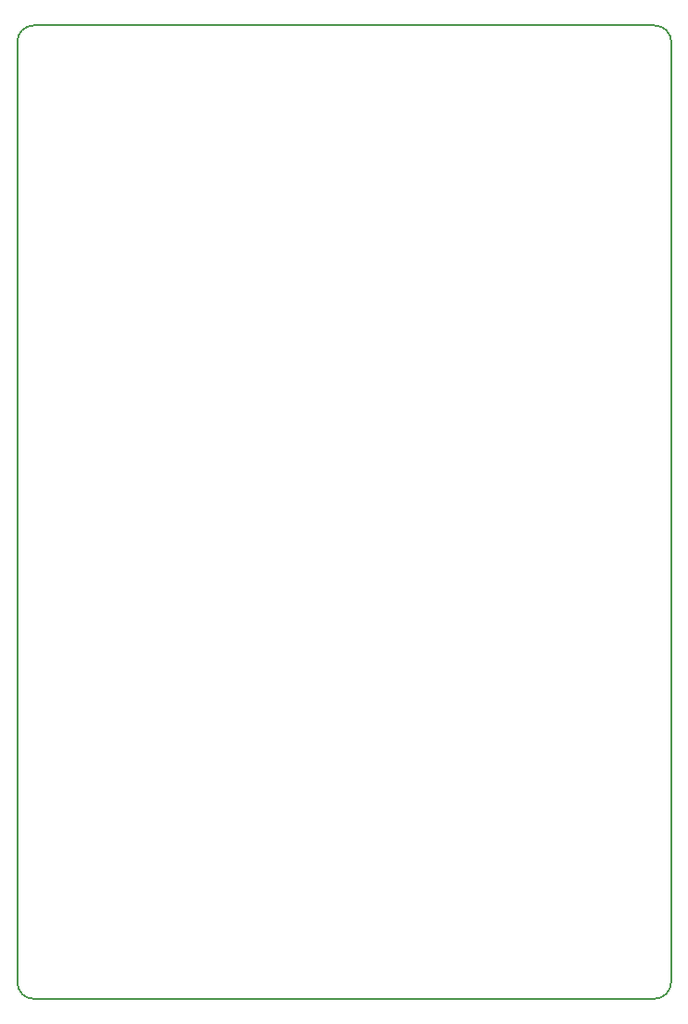
<source format=gbr>
G04 #@! TF.GenerationSoftware,KiCad,Pcbnew,5.1.10-88a1d61d58~90~ubuntu21.04.1*
G04 #@! TF.CreationDate,2021-10-21T13:00:22+03:00*
G04 #@! TF.ProjectId,klipper_nano,6b6c6970-7065-4725-9f6e-616e6f2e6b69,rev?*
G04 #@! TF.SameCoordinates,Original*
G04 #@! TF.FileFunction,Profile,NP*
%FSLAX46Y46*%
G04 Gerber Fmt 4.6, Leading zero omitted, Abs format (unit mm)*
G04 Created by KiCad (PCBNEW 5.1.10-88a1d61d58~90~ubuntu21.04.1) date 2021-10-21 13:00:22*
%MOMM*%
%LPD*%
G01*
G04 APERTURE LIST*
G04 #@! TA.AperFunction,Profile*
%ADD10C,0.150000*%
G04 #@! TD*
G04 APERTURE END LIST*
D10*
X67359967Y-122089967D02*
X67359967Y-36180000D01*
X125640000Y-123600033D02*
X68870000Y-123600000D01*
X127160033Y-36180000D02*
X127150033Y-122090000D01*
X68870000Y-34669967D02*
X125650000Y-34669967D01*
X125650000Y-34669967D02*
G75*
G02*
X127160033Y-36180000I0J-1510033D01*
G01*
X127150033Y-122090000D02*
G75*
G02*
X125640000Y-123600033I-1510033J0D01*
G01*
X68870000Y-123600000D02*
G75*
G02*
X67359967Y-122089967I0J1510033D01*
G01*
X67359967Y-36180000D02*
G75*
G02*
X68870000Y-34669967I1510033J0D01*
G01*
M02*

</source>
